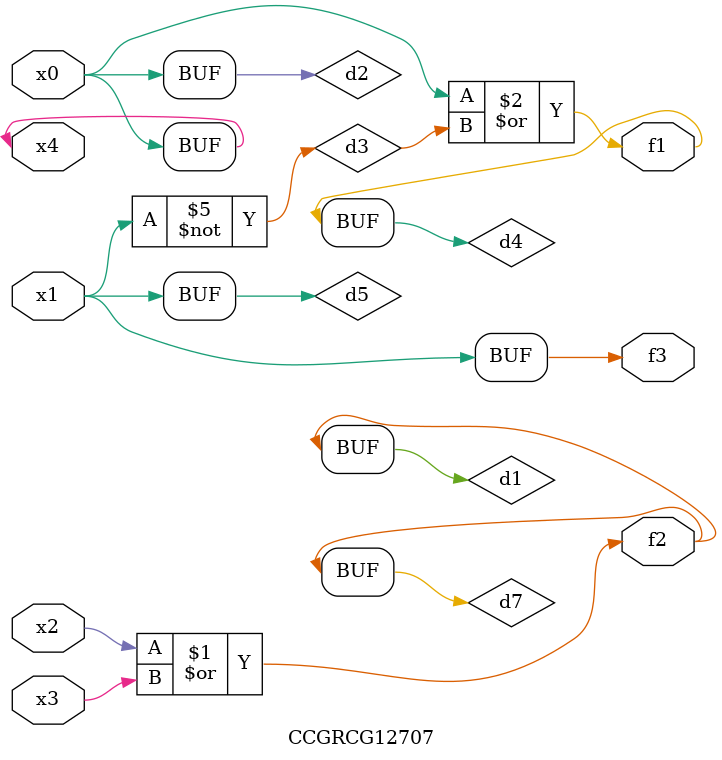
<source format=v>
module CCGRCG12707(
	input x0, x1, x2, x3, x4,
	output f1, f2, f3
);

	wire d1, d2, d3, d4, d5, d6, d7;

	or (d1, x2, x3);
	buf (d2, x0, x4);
	not (d3, x1);
	or (d4, d2, d3);
	not (d5, d3);
	nand (d6, d1, d3);
	or (d7, d1);
	assign f1 = d4;
	assign f2 = d7;
	assign f3 = d5;
endmodule

</source>
